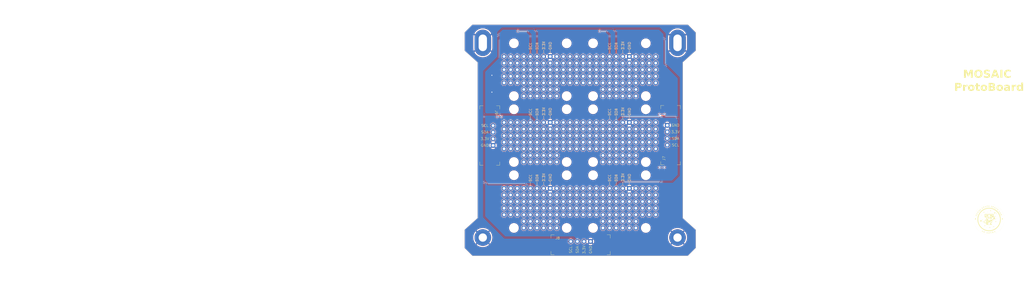
<source format=kicad_pcb>
(kicad_pcb (version 20241229) (generator "pcbnew") (generator_version "9.0")
  (layers (0 "F.Cu" signal) (2 "B.Cu" signal) (13 "F.Paste" user) (15 "B.Paste" user) (5 "F.SilkS" user "F.Silkscreen") (7 "B.SilkS" user "B.Silkscreen") (1 "F.Mask" user) (3 "B.Mask" user) (25 "Edge.Cuts" user))
  (net 0 "")
  (net 1 "VIN")
  (net 2 "GND")
  (net 3 "/SDA")
  (net 4 "/SCL")
  (footprint "MOSAIC_ProtoBoard:QWIIC_Sensor_CONN" (layer "F.Cu") (at 97.97 59.18)
    (property "Reference" "J6")
    (property "Value" "~" (hide yes))
  )
  (footprint "MOSAIC_ProtoBoard:QWIIC_2_Adapter" (layer "F.Cu") (at 81.76 132.96)
    (property "Reference" "J8")
    (property "Value" "Qwiic Adapter" (hide yes))
  )
  (footprint "MOSAIC_ProtoBoard:QWIIC_Sensor_CONN" (layer "F.Cu") (at 67.49 84.58)
    (property "Reference" "J3")
    (property "Value" "~" (hide yes))
  )
  (footprint "MOSAIC_ProtoBoard:QWIIC_Sensor_CONN" (layer "F.Cu") (at 97.97 109.98)
    (property "Reference" "J4")
    (property "Value" "~" (hide yes))
  )
  (footprint "MOSAIC_ProtoBoard:QWIIC_Sensor_CONN" (layer "F.Cu") (at 67.49 109.98)
    (property "Reference" "J5")
    (property "Value" "~" (hide yes))
  )
  (footprint "MOSAIC_ProtoBoard:QWIIC_Sensor_CONN" (layer "F.Cu") (at 67.49 59.18)
    (property "Reference" "J1")
    (property "Value" "~" (hide yes))
  )
  (footprint "protoboard_footprints_V1.0:MountingHole_3.2mm_Pad_Oval" (layer "F.Cu") (at 130.5 59 90)
    (property "Reference" "H10" (hide yes))
    (property "Value" "MountingHole_Pad" (hide yes))
  )
  (footprint "protoboard_footprints_V1.0:SL_Logo" (layer "F.Cu") (at 250.448339 126.8024)
    (property "Reference" "G***" (hide yes))
    (property "Value" "LOGO" (hide yes))
  )
  (footprint "protoboard_footprints_V1.0:MountingHole_3.2mm_Pad_Oval" (layer "F.Cu") (at 55.5 59 90)
    (property "Reference" "H9" (hide yes))
    (property "Value" "MountingHole_Pad" (hide yes))
  )
  (footprint "MountingHole:MountingHole_3.2mm_M3_Pad" (layer "F.Cu") (at 55.5 134)
    (property "Reference" "H8" (hide yes))
    (property "Value" "MountingHole_Pad" (hide yes))
  )
  (footprint "MOSAIC_ProtoBoard:QWIIC_2_Adapter" (layer "F.Cu") (at 62 83.26 -90)
    (property "Reference" "J9")
    (property "Value" "Qwiic Adapter" (hide yes))
  )
  (footprint "MountingHole:MountingHole_3.2mm_M3_Pad" (layer "F.Cu") (at 130.5 134)
    (property "Reference" "H7" (hide yes))
    (property "Value" "MountingHole_Pad" (hide yes))
  )
  (footprint "MOSAIC_ProtoBoard:QWIIC_Sensor_CONN" (layer "F.Cu") (at 97.97 84.58)
    (property "Reference" "J2")
    (property "Value" "~" (hide yes))
  )
  (footprint "MOSAIC_ProtoBoard:QWIIC_2_Adapter" (layer "F.Cu") (at 124 106 90)
    (property "Reference" "J7")
    (property "Value" "Qwiic Adapter" (hide yes))
  )
  (gr_line (start 48.5 131) (end 48.5 138) (stroke (width 0.1)) (layer "Edge.Cuts"))
  (gr_line (start 132.5 126.5) (end 132.5 66.5) (stroke (width 0.1)) (layer "Edge.Cuts"))
  (gr_line (start 137.5 55) (end 134.5 52) (stroke (width 0.1)) (layer "Edge.Cuts"))
  (gr_line (start 51.5 141) (end 134.5 141) (stroke (width 0.1)) (layer "Edge.Cuts"))
  (gr_line (start 48.5 55) (end 48.5 62) (stroke (width 0.1)) (layer "Edge.Cuts"))
  (gr_line (start 48.5 62) (end 53.5 66.5) (stroke (width 0.1)) (layer "Edge.Cuts"))
  (gr_line (start 137.5 131) (end 132.5 126.5) (stroke (width 0.1)) (layer "Edge.Cuts"))
  (gr_line (start 137.5 138) (end 137.5 131) (stroke (width 0.1)) (layer "Edge.Cuts"))
  (gr_line (start 48.5 138) (end 51.5 141) (stroke (width 0.1)) (layer "Edge.Cuts"))
  (gr_line (start 132.5 66.5) (end 137.5 62) (stroke (width 0.1)) (layer "Edge.Cuts"))
  (gr_line (start 134.5 52) (end 51.5 52) (stroke (width 0.1)) (layer "Edge.Cuts"))
  (gr_line (start 53.5 66.5) (end 53.5 126.5) (stroke (width 0.1)) (layer "Edge.Cuts"))
  (gr_line (start 134.5 141) (end 137.5 138) (stroke (width 0.1)) (layer "Edge.Cuts"))
  (gr_line (start 137.5 62) (end 137.5 55) (stroke (width 0.1)) (layer "Edge.Cuts"))
  (gr_line (start 53.5 126.5) (end 48.5 131) (stroke (width 0.1)) (layer "Edge.Cuts"))
  (gr_line (start 51.5 52) (end 48.5 55) (stroke (width 0.1)) (layer "Edge.Cuts"))
  (gr_text "MOSAIC \nProtoBoard" (at 250.5 78 0) (layer "F.SilkS") (effects (font (size 3 3) (thickness 0.7) (bold yes)) (justify bottom)))
  (segment (start 123.5 87.5) (end 124.5 88.5) (width 0.25) (layer "F.Cu") (net 1))
  (segment (start 123.5 112.5) (end 124.5 113.5) (width 0.25) (layer "F.Cu") (net 1))
  (segment (start 77.5 82) (end 62.5 82) (width 0.25) (layer "F.Cu") (net 1))
  (segment (start 63.5 56.5) (end 62 58) (width 0.25) (layer "F.Cu") (net 1))
  (segment (start 123 133) (end 124.5 131.5) (width 0.25) (layer "F.Cu") (net 1))
  (segment (start 62 58) (end 62 81.5) (width 0.25) (layer "F.Cu") (net 1))
  (segment (start 110 112.5) (end 123.5 112.5) (width 0.25) (layer "F.Cu") (net 1))
  (segment (start 81 56.5) (end 78.92 58.58) (width 0.25) (layer "F.Cu") (net 1))
  (segment (start 111.5 56.5) (end 81 56.5) (width 0.25) (layer "F.Cu") (net 1))
  (segment (start 109.4 58.6) (end 109.4 64.26) (width 0.25) (layer "F.Cu") (net 1))
  (segment (start 95.5 133) (end 123 133) (width 0.25) (layer "F.Cu") (net 1))
  (segment (start 94.46 134.04) (end 95.5 133) (width 0.25) (layer "F.Cu") (net 1))
  (segment (start 62 81.5) (end 62 93.42) (width 0.25) (layer "F.Cu") (net 1))
  (segment (start 78.92 108.92) (end 78.92 115.06) (width 0.25) (layer "F.Cu") (net 1))
  (segment (start 124.5 95.34) (end 126.54 93.3) (width 0.25) (layer "F.Cu") (net 1))
  (segment (start 111.5 56.5) (end 109.4 58.6) (width 0.25) (layer "F.Cu") (net 1))
  (segment (start 124.5 113.5) (end 124.5 114.5) (width 0.25) (layer "F.Cu") (net 1))
  (segment (start 121.5 56.5) (end 111.5 56.5) (width 0.25) (layer "F.Cu") (net 1))
  (segment (start 124.5 95.34) (end 124.5 88.5) (width 0.25) (layer "F.Cu") (net 1))
  (segment (start 109.4 115.06) (end 109.4 113.1) (width 0.25) (layer "F.Cu") (net 1))
  (segment (start 77.5 107.5) (end 78.92 108.92) (width 0.25) (layer "F.Cu") (net 1))
  (segment (start 124.5 131.5) (end 124.5 114.5) (width 0.25) (layer "F.Cu") (net 1))
  (segment (start 124.5 114.5) (end 124.5 95.34) (width 0.25) (layer "F.Cu") (net 1))
  (segment (start 62 107) (end 62.5 107.5) (width 0.25) (layer "F.Cu") (net 1))
  (segment (start 110.5 87.5) (end 123.5 87.5) (width 0.25) (layer "F.Cu") (net 1))
  (segment (start 94.46 135.5) (end 94.46 134.04) (width 0.25) (layer "F.Cu") (net 1))
  (segment (start 109.4 88.6) (end 110.5 87.5) (width 0.25) (layer "F.Cu") (net 1))
  (segment (start 78.92 89.66) (end 78.92 83.42) (width 0.25) (layer "F.Cu") (net 1))
  (segment (start 78.92 58.58) (end 78.92 64.26) (width 0.25) (layer "F.Cu") (net 1))
  (segment (start 62.5 82) (end 62 81.5) (width 0.25) (layer "F.Cu") (net 1))
  (segment (start 78.92 83.42) (end 77.5 82) (width 0.25) (layer "F.Cu") (net 1))
  (segment (start 62.5 107.5) (end 77.5 107.5) (width 0.25) (layer "F.Cu") (net 1))
  (segment (start 81 56.5) (end 63.5 56.5) (width 0.25) (layer "F.Cu") (net 1))
  (segment (start 62 93.42) (end 59.46 95.96) (width 0.25) (layer "F.Cu") (net 1))
  (segment (start 109.4 113.1) (end 110 112.5) (width 0.25) (layer "F.Cu") (net 1))
  (segment (start 124.5 88.5) (end 124.5 59.5) (width 0.25) (layer "F.Cu") (net 1))
  (segment (start 62 93.42) (end 62 107) (width 0.25) (layer "F.Cu") (net 1))
  (segment (start 109.4 89.66) (end 109.4 88.6) (width 0.25) (layer "F.Cu") (net 1))
  (segment (start 124.5 59.5) (end 121.5 56.5) (width 0.25) (layer "F.Cu") (net 1))
  (via (at 59 78) (size 0.8) (drill 0.4) (layers "F.Cu" "B.Cu") (net 2))
  (via (at 59 71.5) (size 0.8) (drill 0.4) (layers "F.Cu" "B.Cu") (net 2))
  (segment (start 125.5 67) (end 131 72.5) (width 0.25) (layer "B.Cu") (net 3))
  (segment (start 105.5 53.5) (end 123.5 53.5) (width 0.25) (layer "B.Cu") (net 3))
  (segment (start 131 72.5) (end 131 88.5) (width 0.25) (layer "B.Cu") (net 3))
  (segment (start 131 94.5) (end 129.66 95.84) (width 0.25) (layer "B.Cu") (net 3))
  (segment (start 61.5 64.5) (end 61.5 55) (width 0.25) (layer "B.Cu") (net 3))
  (segment (start 57.5 113.5) (end 56 112) (width 0.25) (layer "B.Cu") (net 3))
  (segment (start 106.86 113.64) (end 106.86 115.06) (width 0.25) (layer "B.Cu") (net 3))
  (segment (start 56 94.5) (end 57.08 93.42) (width 0.25) (layer "B.Cu") (net 3))
  (segment (start 130 87.5) (end 131 88.5) (width 0.25) (layer "B.Cu") (net 3))
  (segment (start 106.86 89.66) (end 109.02 87.5) (width 0.25) (layer "B.Cu") (net 3))
  (segment (start 57.08 93.42) (end 59.46 93.42) (width 0.25) (layer "B.Cu") (net 3))
  (segment (start 56 112) (end 56 94.5) (width 0.25) (layer "B.Cu") (net 3))
  (segment (start 61.5 55) (end 63 53.5) (width 0.25) (layer "B.Cu") (net 3))
  (segment (start 56 70) (end 61.5 64.5) (width 0.25) (layer "B.Cu") (net 3))
  (segment (start 75 53.5) (end 105.5 53.5) (width 0.25) (layer "B.Cu") (net 3))
  (segment (start 129.66 95.84) (end 126.54 95.84) (width 0.25) (layer "B.Cu") (net 3))
  (segment (start 131 110) (end 128.5 112.5) (width 0.25) (layer "B.Cu") (net 3))
  (segment (start 91.92 135.5) (end 90.42 134) (width 0.25) (layer "B.Cu") (net 3))
  (segment (start 106.86 54.86) (end 106.86 64.26) (width 0.25) (layer "B.Cu") (net 3))
  (segment (start 131 88.5) (end 131 94.5) (width 0.25) (layer "B.Cu") (net 3))
  (segment (start 128.5 112.5) (end 108 112.5) (width 0.25) (layer "B.Cu") (net 3))
  (segment (start 125.5 55.5) (end 125.5 67) (width 0.25) (layer "B.Cu") (net 3))
  (segment (start 76.38 89.66) (end 73.327 86.607) (width 0.25) (layer "B.Cu") (net 3))
  (segment (start 76.38 54.88) (end 76.38 64.26) (width 0.25) (layer "B.Cu") (net 3))
  (segment (start 63 53.5) (end 75 53.5) (width 0.25) (layer "B.Cu") (net 3))
  (segment (start 105.5 53.5) (end 106.86 54.86) (width 0.25) (layer "B.Cu") (net 3))
  (segment (start 64 134) (end 56 126) (width 0.25) (layer "B.Cu") (net 3))
  (segment (start 131 94.5) (end 131 110) (width 0.25) (layer "B.Cu") (net 3))
  (segment (start 73.327 86.607) (end 56.607 86.607) (width 0.25) (layer "B.Cu") (net 3))
  (segment (start 75 53.5) (end 76.38 54.88) (width 0.25) (layer "B.Cu") (net 3))
  (segment (start 76.38 115.06) (end 74.82 113.5) (width 0.25) (layer "B.Cu") (net 3))
  (segment (start 56 86) (end 56 70) (width 0.25) (layer "B.Cu") (net 3))
  (segment (start 109.02 87.5) (end 130 87.5) (width 0.25) (layer "B.Cu") (net 3))
  (segment (start 56.607 86.607) (end 56 86) (width 0.25) (layer "B.Cu") (net 3))
  (segment (start 74.82 113.5) (end 57.5 113.5) (width 0.25) (layer "B.Cu") (net 3))
  (segment (start 123.5 53.5) (end 125.5 55.5) (width 0.25) (layer "B.Cu") (net 3))
  (segment (start 56 94.5) (end 56 86) (width 0.25) (layer "B.Cu") (net 3))
  (segment (start 108 112.5) (end 106.86 113.64) (width 0.25) (layer "B.Cu") (net 3))
  (segment (start 90.42 134) (end 64 134) (width 0.25) (layer "B.Cu") (net 3))
  (segment (start 56 126) (end 56 112) (width 0.25) (layer "B.Cu") (net 3))
  (segment (start 105.5 107) (end 104.32 108.18) (width 0.25) (layer "F.Cu") (net 4))
  (segment (start 54.5 111.5) (end 54.5 92.5) (width 0.25) (layer "F.Cu") (net 4))
  (segment (start 61 87.5) (end 55.5 87.5) (width 0.25) (layer "F.Cu") (net 4))
  (segment (start 63 54.5) (end 69 54.5) (width 0.25) (layer "F.Cu") (net 4))
  (segment (start 129 107) (end 125.5 107) (width 0.25) (layer "F.Cu") (net 4))
  (segment (start 123.5 86.5) (end 123 87) (width 0.25) (layer "F.Cu") (net 4))
  (segment (start 54.5 92.5) (end 54.5 87.5) (width 0.25) (layer "F.Cu") (net 4))
  (segment (start 130 81) (end 130 86.5) (width 0.25) (layer "F.Cu") (net 4))
  (segment (start 54.5 86.5) (end 54.5 69.5) (width 0.25) (layer "F.Cu") (net 4))
  (segment (start 55.5 87.5) (end 54.5 86.5) (width 0.25) (layer "F.Cu") (net 4))
  (segment (start 54.5 92) (end 55.62 90.88) (width 0.25) (layer "F.Cu") (net 4))
  (segment (start 128.62 98.38) (end 126.54 98.38) (width 0.25) (layer "F.Cu") (net 4))
  (segment (start 54.5 92.5) (end 54.5 92) (width 0.25) (layer "F.Cu") (net 4))
  (segment (start 126 87) (end 129.5 87) (width 0.25) (layer "F.Cu") (net 4))
  (segment (start 60 64) (end 60.5 63.5) (width 0.25) (layer "F.Cu") (net 4))
  (segment (start 129.5 87) (end 130 86.5) (width 0.25) (layer "F.Cu") (net 4))
  (segment (start 71.68 87.5) (end 73.84 89.66) (width 0.25) (layer "F.Cu") (net 4))
  (segment (start 71.78 113) (end 56 113) (width 0.25) (layer "F.Cu") (net 4))
  (segment (start 54.5 126.5) (end 54.5 111.5) (width 0.25) (layer "F.Cu") (net 4))
  (segment (start 69 54.5) (end 100.5 54.5) (width 0.25) (layer "F.Cu") (net 4))
  (segment (start 122.5 54.5) (end 126 58) (width 0.25) (layer "F.Cu") (net 4))
  (segment (start 54.5 87.5) (end 54.5 86.5) (width 0.25) (layer "F.Cu") (net 4))
  (segment (start 126 58) (end 126 77) (width 0.25) (layer "F.Cu") (net 4))
  (segment (start 130 97) (end 128.62 98.38) (width 0.25) (layer "F.Cu") (net 4))
  (segment (start 55.62 90.88) (end 59.46 90.88) (width 0.25) (layer "F.Cu") (net 4))
  (segment (start 123.5 107) (end 105.5 107) (width 0.25) (layer "F.Cu") (net 4))
  (segment (start 56 113) (end 54.5 111.5) (width 0.25) (layer "F.Cu") (net 4))
  (segment (start 130 86.5) (end 130 97) (width 0.25) (layer "F.Cu") (net 4))
  (segment (start 105.5 87) (end 104.32 88.18) (width 0.25) (layer "F.Cu") (net 4))
  (segment (start 104.32 108.18) (end 104.32 115.06) (width 0.25) (layer "F.Cu") (net 4))
  (segment (start 60.5 57) (end 63 54.5) (width 0.25) (layer "F.Cu") (net 4))
  (segment (start 89.38 135.5) (end 63.5 135.5) (width 0.25) (layer "F.Cu") (net 4))
  (segment (start 62.725 87.5) (end 71.68 87.5) (width 0.25) (layer "F.Cu") (net 4))
  (segment (start 125.5 86.5) (end 126 87) (width 0.25) (layer "F.Cu") (net 4))
  (segment (start 73.84 115.06) (end 71.78 113) (width 0.25) (layer "F.Cu") (net 4))
  (segment (start 126 77) (end 130 81) (width 0.25) (layer "F.Cu") (net 4))
  (segment (start 130 97) (end 130 106) (width 0.25) (layer "F.Cu") (net 4))
  (segment (start 100.5 54.5) (end 122.5 54.5) (width 0.25) (layer "F.Cu") (net 4))
  (segment (start 60.5 63.5) (end 60.5 57) (width 0.25) (layer "F.Cu") (net 4))
  (segment (start 54.5 69.5) (end 60 64) (width 0.25) (layer "F.Cu") (net 4))
  (segment (start 123 87) (end 105.5 87) (width 0.25) (layer "F.Cu") (net 4))
  (segment (start 104.32 88.18) (end 104.32 89.66) (width 0.25) (layer "F.Cu") (net 4))
  (segment (start 63.5 135.5) (end 54.5 126.5) (width 0.25) (layer "F.Cu") (net 4))
  (segment (start 130 106) (end 129 107) (width 0.25) (layer "F.Cu") (net 4))
  (via (at 123.5 86.5) (size 0.8) (drill 0.4) (layers "F.Cu" "B.Cu") (net 4))
  (via (at 100.5 54.5) (size 0.8) (drill 0.4) (layers "F.Cu" "B.Cu") (net 4))
  (via (at 123.5 107) (size 0.8) (drill 0.4) (layers "F.Cu" "B.Cu") (net 4))
  (via (at 61 87.5) (size 0.8) (drill 0.4) (layers "F.Cu" "B.Cu") (net 4))
  (via (at 62.725 87.5) (size 0.8) (drill 0.4) (layers "F.Cu" "B.Cu") (net 4))
  (via (at 125.5 107) (size 0.8) (drill 0.4) (layers "F.Cu" "B.Cu") (net 4))
  (via (at 69 54.5) (size 0.8) (drill 0.4) (layers "F.Cu" "B.Cu") (net 4))
  (via (at 125.5 86.5) (size 0.8) (drill 0.4) (layers "F.Cu" "B.Cu") (net 4))
  (segment (start 61 87.5) (end 62.725 87.5) (width 0.25) (layer "B.Cu") (net 4))
  (segment (start 103 54.5) (end 104.32 55.82) (width 0.25) (layer "B.Cu") (net 4))
  (segment (start 125.5 86.5) (end 123.5 86.5) (width 0.25) (layer "B.Cu") (net 4))
  (segment (start 104.32 55.82) (end 104.32 64.26) (width 0.25) (layer "B.Cu") (net 4))
  (segment (start 100.5 54.5) (end 103 54.5) (width 0.25) (layer "B.Cu") (net 4))
  (segment (start 69 54.5) (end 72.5 54.5) (width 0.25) (layer "B.Cu") (net 4))
  (segment (start 73.84 55.84) (end 73.84 64.26) (width 0.25) (layer "B.Cu") (net 4))
  (segment (start 125.5 107) (end 123.5 107) (width 0.25) (layer "B.Cu") (net 4))
  (segment (start 72.5 54.5) (end 73.84 55.84) (width 0.25) (layer "B.Cu") (net 4))
  (zone (net 2) (net_name "GND") (layers "F.Cu" "B.Cu") (priority 1) (connect_pads (clearance 0)) (min_thickness 0.25) (fill yes (thermal_gap 0.5) (thermal_bridge_width 0.5))
    (polygon (pts (xy 48.5 55) (xy 51.5 52) (xy 134.5 52) (xy 137.5 55) (xy 137.5 62) (xy 132.5 66.5) (xy 132.5 126.5) (xy 137.5 131) (xy 137.5 138) (xy 134.5 141) (xy 51.5 141) (xy 48.5 138) (xy 48.5 131) (xy 53.5 126.5) (xy 53.5 66.5) (xy 48.5 62)))
  )
)
</source>
